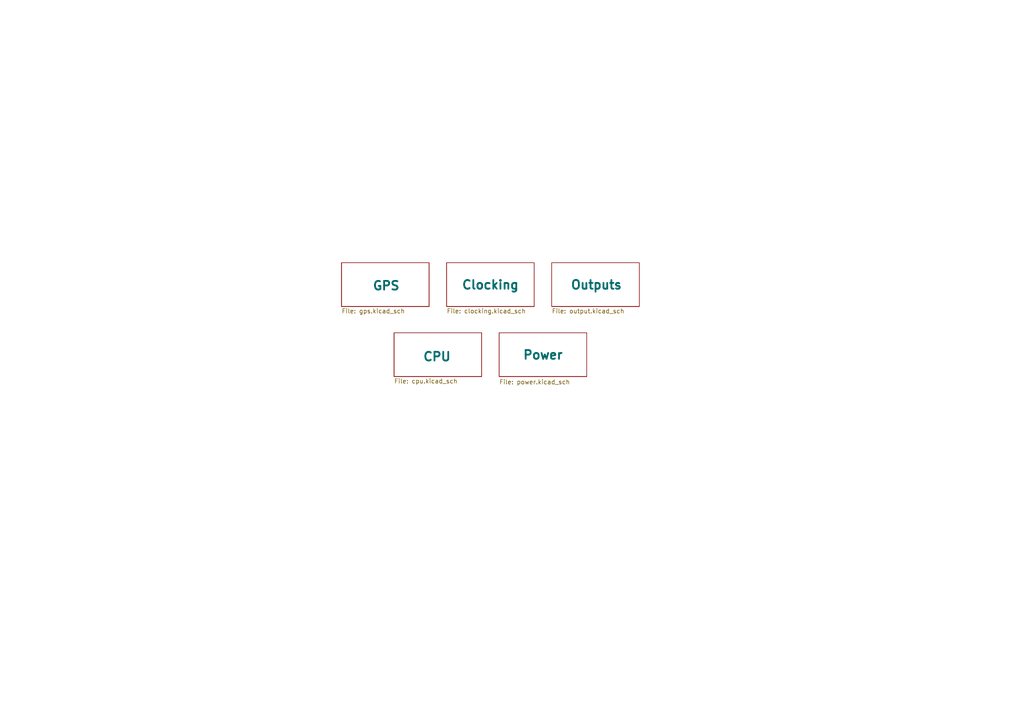
<source format=kicad_sch>
(kicad_sch
	(version 20250114)
	(generator "eeschema")
	(generator_version "9.0")
	(uuid "3160ff17-81c2-4674-af97-e8d9acaf6b65")
	(paper "A4")
	(lib_symbols)
	(sheet
		(at 129.54 76.2)
		(size 25.4 12.7)
		(exclude_from_sim no)
		(in_bom yes)
		(on_board yes)
		(dnp no)
		(stroke
			(width 0.1524)
			(type solid)
		)
		(fill
			(color 0 0 0 0.0000)
		)
		(uuid "131a3728-0d51-4d75-9961-26d31d87be39")
		(property "Sheetname" "Clocking"
			(at 142.24 82.6004 0)
			(effects
				(font
					(size 2.54 2.54)
					(thickness 0.508)
					(bold yes)
				)
			)
		)
		(property "Sheetfile" "clocking.kicad_sch"
			(at 129.54 89.4846 0)
			(effects
				(font
					(size 1.27 1.27)
				)
				(justify left top)
			)
		)
		(instances
			(project "gpsref"
				(path "/3160ff17-81c2-4674-af97-e8d9acaf6b65"
					(page "2")
				)
			)
		)
	)
	(sheet
		(at 160.02 76.2)
		(size 25.4 12.7)
		(exclude_from_sim no)
		(in_bom yes)
		(on_board yes)
		(dnp no)
		(stroke
			(width 0.1524)
			(type solid)
		)
		(fill
			(color 0 0 0 0.0000)
		)
		(uuid "26994282-45a2-461a-b033-dde2ded4d8ff")
		(property "Sheetname" "Outputs"
			(at 172.974 82.6004 0)
			(effects
				(font
					(size 2.54 2.54)
					(thickness 0.508)
					(bold yes)
				)
			)
		)
		(property "Sheetfile" "output.kicad_sch"
			(at 160.02 89.4846 0)
			(effects
				(font
					(size 1.27 1.27)
				)
				(justify left top)
			)
		)
		(instances
			(project "gpsref"
				(path "/3160ff17-81c2-4674-af97-e8d9acaf6b65"
					(page "3")
				)
			)
		)
	)
	(sheet
		(at 99.06 76.2)
		(size 25.4 12.7)
		(exclude_from_sim no)
		(in_bom yes)
		(on_board yes)
		(dnp no)
		(stroke
			(width 0.1524)
			(type solid)
		)
		(fill
			(color 0 0 0 0.0000)
		)
		(uuid "69331f4b-e5ad-4452-8850-5c5a77857efb")
		(property "Sheetname" "GPS"
			(at 112.014 82.8544 0)
			(effects
				(font
					(size 2.54 2.54)
					(thickness 0.508)
					(bold yes)
				)
			)
		)
		(property "Sheetfile" "gps.kicad_sch"
			(at 99.06 89.4846 0)
			(effects
				(font
					(size 1.27 1.27)
				)
				(justify left top)
			)
		)
		(instances
			(project "gpsref"
				(path "/3160ff17-81c2-4674-af97-e8d9acaf6b65"
					(page "1")
				)
			)
		)
	)
	(sheet
		(at 144.78 96.52)
		(size 25.4 12.7)
		(exclude_from_sim no)
		(in_bom yes)
		(on_board yes)
		(dnp no)
		(stroke
			(width 0.1524)
			(type solid)
		)
		(fill
			(color 0 0 0 0.0000)
		)
		(uuid "6988b802-c4bd-48f6-b03d-8f2b1e6051d9")
		(property "Sheetname" "Power"
			(at 157.48 102.9204 0)
			(effects
				(font
					(size 2.54 2.54)
					(thickness 0.508)
					(bold yes)
				)
			)
		)
		(property "Sheetfile" "power.kicad_sch"
			(at 144.78 110.0586 0)
			(effects
				(font
					(size 1.27 1.27)
				)
				(justify left top)
			)
		)
		(instances
			(project "gpsref"
				(path "/3160ff17-81c2-4674-af97-e8d9acaf6b65"
					(page "5")
				)
			)
		)
	)
	(sheet
		(at 114.3 96.52)
		(size 25.4 12.7)
		(exclude_from_sim no)
		(in_bom yes)
		(on_board yes)
		(dnp no)
		(stroke
			(width 0.1524)
			(type solid)
		)
		(fill
			(color 0 0 0 0.0000)
		)
		(uuid "9b249195-a432-4f49-a1e0-f7d117f1807f")
		(property "Sheetname" "CPU"
			(at 126.746 103.4284 0)
			(effects
				(font
					(size 2.54 2.54)
					(thickness 0.508)
					(bold yes)
				)
			)
		)
		(property "Sheetfile" "cpu.kicad_sch"
			(at 114.3 109.8046 0)
			(effects
				(font
					(size 1.27 1.27)
				)
				(justify left top)
			)
		)
		(instances
			(project "gpsref"
				(path "/3160ff17-81c2-4674-af97-e8d9acaf6b65"
					(page "4")
				)
			)
		)
	)
	(sheet_instances
		(path "/"
			(page "0")
		)
	)
	(embedded_fonts no)
)

</source>
